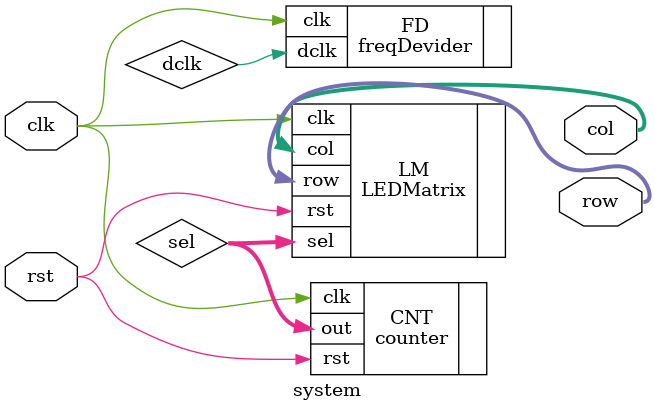
<source format=v>
module system(clk, rst, row, col);
	input clk, rst;
	
	output[7:0]row, col;
	
	wire dclk;
	wire[1:0]sel;
	
	freqDevider FD(.clk(clk), .dclk(dclk));
	counter CNT(.clk(clk), .rst(rst), .out(sel));
	LEDMatrix LM(.clk(clk), .rst(rst), .row(row), .col(col), .sel(sel));
	
endmodule
</source>
